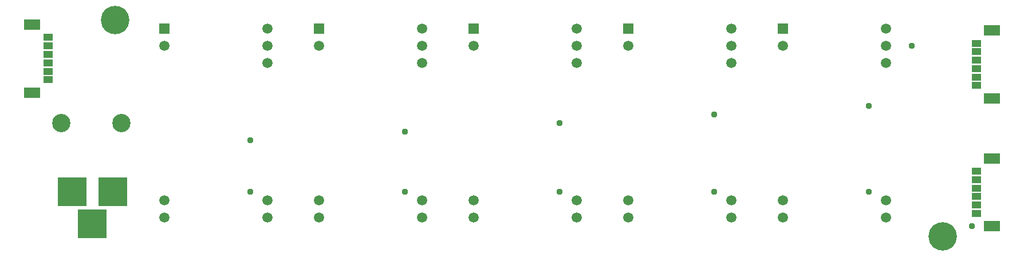
<source format=gbr>
G04 EAGLE Gerber RS-274X export*
G75*
%MOMM*%
%FSLAX34Y34*%
%LPD*%
%INSoldermask Top*%
%IPPOS*%
%AMOC8*
5,1,8,0,0,1.08239X$1,22.5*%
G01*
G04 Define Apertures*
%ADD10C,4.203200*%
%ADD11R,1.511200X1.511200*%
%ADD12C,1.511200*%
%ADD13C,2.703200*%
%ADD14R,4.319194X4.319194*%
%ADD15R,1.403200X1.003200*%
%ADD16R,2.353200X1.503200*%
%ADD17C,0.959600*%
D10*
X143510Y965200D03*
X1366520Y645160D03*
D11*
X215900Y952500D03*
D12*
X215900Y927100D03*
X215900Y698500D03*
X215900Y673100D03*
X368300Y673100D03*
X368300Y698500D03*
X368300Y901700D03*
X368300Y927100D03*
X368300Y952500D03*
D11*
X444500Y952500D03*
D12*
X444500Y927100D03*
X444500Y698500D03*
X444500Y673100D03*
X596900Y673100D03*
X596900Y698500D03*
X596900Y901700D03*
X596900Y927100D03*
X596900Y952500D03*
D11*
X673100Y952500D03*
D12*
X673100Y927100D03*
X673100Y698500D03*
X673100Y673100D03*
X825500Y673100D03*
X825500Y698500D03*
X825500Y901700D03*
X825500Y927100D03*
X825500Y952500D03*
D11*
X901700Y952500D03*
D12*
X901700Y927100D03*
X901700Y698500D03*
X901700Y673100D03*
X1054100Y673100D03*
X1054100Y698500D03*
X1054100Y901700D03*
X1054100Y927100D03*
X1054100Y952500D03*
D11*
X1130300Y952500D03*
D12*
X1130300Y927100D03*
X1130300Y698500D03*
X1130300Y673100D03*
X1282700Y673100D03*
X1282700Y698500D03*
X1282700Y901700D03*
X1282700Y927100D03*
X1282700Y952500D03*
D13*
X63500Y812800D03*
X152400Y812800D03*
D14*
X139700Y711200D03*
X109700Y664200D03*
X79700Y711200D03*
D15*
X43860Y939800D03*
X43860Y927300D03*
X43860Y914800D03*
X43860Y902300D03*
X43860Y889800D03*
X43860Y877300D03*
D16*
X20910Y958800D03*
X20910Y858300D03*
D15*
X1416640Y868680D03*
X1416640Y881180D03*
X1416640Y893680D03*
X1416640Y906180D03*
X1416640Y918680D03*
X1416640Y931180D03*
D16*
X1439590Y849680D03*
X1439590Y950180D03*
D15*
X1416640Y679450D03*
X1416640Y691950D03*
X1416640Y704450D03*
X1416640Y716950D03*
X1416640Y729450D03*
X1416640Y741950D03*
D16*
X1439590Y660450D03*
X1439590Y760950D03*
D17*
X1320800Y927100D03*
X1409700Y660400D03*
X342900Y711200D03*
X342900Y787400D03*
X571500Y711200D03*
X571500Y800100D03*
X800100Y711200D03*
X800100Y812800D03*
X1028700Y711200D03*
X1028700Y825500D03*
X1257300Y711200D03*
X1257300Y838200D03*
M02*

</source>
